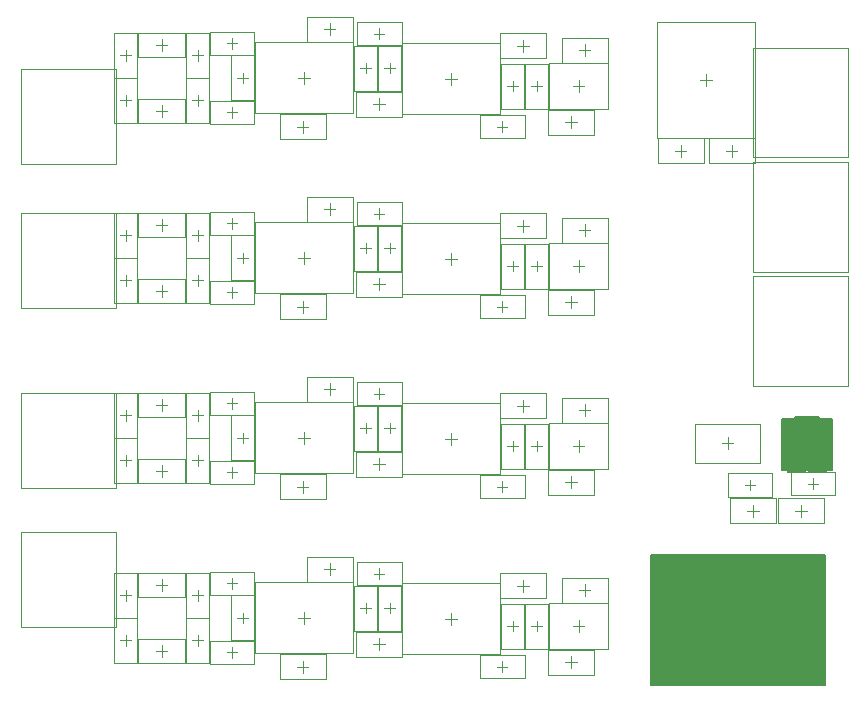
<source format=gbr>
%TF.GenerationSoftware,Altium Limited,Altium Designer,22.5.1 (42)*%
G04 Layer_Color=32768*
%FSLAX45Y45*%
%MOMM*%
%TF.SameCoordinates,176CDB2E-7B72-45DB-8ACB-ACD3A9543041*%
%TF.FilePolarity,Positive*%
%TF.FileFunction,Other,Mechanical_15*%
%TF.Part,Single*%
G01*
G75*
%TA.AperFunction,NonConductor*%
%ADD38C,0.15240*%
%ADD39C,0.12700*%
%ADD48C,0.10000*%
%ADD52C,0.05000*%
G36*
X5333300Y1314999D02*
Y217001D01*
X6803300D01*
Y1314999D01*
X5333300D01*
D02*
G37*
G36*
X6494145Y2034540D02*
X6443980D01*
Y2461260D01*
X6554470D01*
Y2479040D01*
X6755130D01*
Y2461260D01*
X6865620D01*
Y2034540D01*
X6815455D01*
Y2016760D01*
X6668135D01*
Y2034540D01*
X6641465D01*
Y2016760D01*
X6494145D01*
Y2034540D01*
D02*
G37*
D38*
X6443980D02*
X6494145D01*
Y2016760D02*
Y2034540D01*
Y2016760D02*
X6641465D01*
Y2034540D01*
X6668135D01*
Y2016760D02*
Y2034540D01*
Y2016760D02*
X6815455D01*
Y2034540D01*
X6865620D01*
Y2461260D01*
X6755130D02*
X6865620D01*
X6755130D02*
Y2479040D01*
X6554470D02*
X6755130D01*
X6554470Y2461260D02*
Y2479040D01*
X6443980Y2461260D02*
X6554470D01*
X6443980Y2034540D02*
Y2461260D01*
D39*
X5333300Y217001D02*
X6803300D01*
Y1314999D01*
X5333300D02*
X6803300D01*
X5333300Y217001D02*
Y1314999D01*
D48*
X2395749Y731008D02*
Y831008D01*
X2345748Y781008D02*
X2445748D01*
X5750100Y5334000D02*
X5850100D01*
X5800100Y5284000D02*
Y5384000D01*
X5584200Y4687100D02*
Y4787100D01*
X5534200Y4737100D02*
X5634200D01*
X6016000Y4687100D02*
Y4787100D01*
X5966000Y4737100D02*
X6066000D01*
X5981700Y2210600D02*
Y2310600D01*
X5931700Y2260600D02*
X6031700D01*
X6604000Y1639100D02*
Y1739100D01*
X6554000Y1689100D02*
X6654000D01*
X6197600Y1639100D02*
Y1739100D01*
X6147600Y1689100D02*
X6247600D01*
X4670600Y3759200D02*
X4770600D01*
X4720600Y3709200D02*
Y3809200D01*
X3591100Y3822700D02*
X3691100D01*
X3641100Y3772700D02*
Y3872700D01*
X2395749Y3779008D02*
Y3879008D01*
X2345748Y3829008D02*
X2445748D01*
X2872200Y3911600D02*
X2962200D01*
X2917200Y3866600D02*
Y3956600D01*
X4072900Y3371300D02*
Y3461300D01*
X4027900Y3416300D02*
X4117900D01*
X4116800Y3759200D02*
X4206800D01*
X4161800Y3714200D02*
Y3804200D01*
X3075400Y3911600D02*
X3165400D01*
X3120400Y3866600D02*
Y3956600D01*
X3031500Y4158700D02*
Y4248700D01*
X2986500Y4203700D02*
X3076500D01*
X4320000Y3759200D02*
X4410000D01*
X4365000Y3714200D02*
Y3804200D01*
X1786149Y3491908D02*
Y3581909D01*
X1741148Y3536908D02*
X1831148D01*
X1830049Y3829008D02*
X1920049D01*
X1875049Y3784008D02*
Y3874009D01*
X1449049Y3638508D02*
X1539049D01*
X1494049Y3593508D02*
Y3683509D01*
X839449Y3638508D02*
X929449D01*
X884449Y3593508D02*
Y3683509D01*
X1786149Y4076108D02*
Y4166109D01*
X1741148Y4121108D02*
X1831148D01*
X1449048Y4019508D02*
X1539048D01*
X1494049Y3974508D02*
Y4064508D01*
X839448Y4019508D02*
X929448D01*
X884449Y3974508D02*
Y4064508D01*
X4250700Y4052100D02*
Y4152100D01*
X4200700Y4102100D02*
X4300700D01*
X3031500Y3556800D02*
Y3656800D01*
X2981500Y3606800D02*
X3081500D01*
X4771400Y4014000D02*
Y4114000D01*
X4721400Y4064000D02*
X4821400D01*
X4657100Y3404400D02*
Y3504400D01*
X4607100Y3454400D02*
X4707100D01*
X2612400Y4191800D02*
Y4291800D01*
X2562400Y4241800D02*
X2662400D01*
X2383800Y3366300D02*
Y3466300D01*
X2333800Y3416300D02*
X2433800D01*
X1189249Y3499608D02*
Y3599608D01*
X1139248Y3549608D02*
X1239248D01*
X1189249Y4058408D02*
Y4158408D01*
X1139248Y4108408D02*
X1239248D01*
X4027900Y368300D02*
X4117900D01*
X4072900Y323300D02*
Y413300D01*
X6660600Y1917700D02*
X6750600D01*
X6705600Y1872700D02*
Y1962700D01*
X6127200Y1905000D02*
X6217200D01*
X6172200Y1860000D02*
Y1950000D01*
X4027900Y4940300D02*
X4117900D01*
X4072900Y4895300D02*
Y4985300D01*
X4670600Y711200D02*
X4770600D01*
X4720600Y661200D02*
Y761200D01*
X3591100Y774700D02*
X3691100D01*
X3641100Y724700D02*
Y824700D01*
X2872200Y863600D02*
X2962200D01*
X2917200Y818600D02*
Y908600D01*
X4116800Y711200D02*
X4206800D01*
X4161800Y666200D02*
Y756200D01*
X3075400Y863600D02*
X3165400D01*
X3120400Y818600D02*
Y908600D01*
X3031500Y1110700D02*
Y1200700D01*
X2986500Y1155700D02*
X3076500D01*
X4320000Y711200D02*
X4410000D01*
X4365000Y666200D02*
Y756200D01*
X1786149Y443908D02*
Y533909D01*
X1741148Y488908D02*
X1831148D01*
X1830049Y781008D02*
X1920049D01*
X1875049Y736008D02*
Y826009D01*
X1449049Y590508D02*
X1539049D01*
X1494049Y545508D02*
Y635509D01*
X839449Y590508D02*
X929449D01*
X884449Y545508D02*
Y635509D01*
X1786149Y1028108D02*
Y1118109D01*
X1741148Y1073108D02*
X1831148D01*
X1449048Y971508D02*
X1539048D01*
X1494049Y926508D02*
Y1016508D01*
X839448Y971508D02*
X929448D01*
X884449Y926508D02*
Y1016508D01*
X4250700Y1004100D02*
Y1104100D01*
X4200700Y1054100D02*
X4300700D01*
X3031500Y508800D02*
Y608800D01*
X2981500Y558800D02*
X3081500D01*
X4771400Y966000D02*
Y1066000D01*
X4721400Y1016000D02*
X4821400D01*
X4657100Y356400D02*
Y456400D01*
X4607100Y406400D02*
X4707100D01*
X2612400Y1143800D02*
Y1243800D01*
X2562400Y1193800D02*
X2662400D01*
X2383800Y318300D02*
Y418300D01*
X2333800Y368300D02*
X2433800D01*
X1189249Y451608D02*
Y551608D01*
X1139248Y501608D02*
X1239248D01*
X1189249Y1010408D02*
Y1110408D01*
X1139248Y1060408D02*
X1239248D01*
X4670600Y5283200D02*
X4770600D01*
X4720600Y5233200D02*
Y5333200D01*
X3591100Y5346700D02*
X3691100D01*
X3641100Y5296700D02*
Y5396700D01*
X2345748Y5353008D02*
X2445748D01*
X2395749Y5303008D02*
Y5403008D01*
X2872200Y5435600D02*
X2962200D01*
X2917200Y5390600D02*
Y5480600D01*
X4116800Y5283200D02*
X4206800D01*
X4161800Y5238200D02*
Y5328200D01*
X3075400Y5435600D02*
X3165400D01*
X3120400Y5390600D02*
Y5480600D01*
X3031500Y5682700D02*
Y5772700D01*
X2986500Y5727700D02*
X3076500D01*
X4320000Y5283200D02*
X4410000D01*
X4365000Y5238200D02*
Y5328200D01*
X1786149Y5015908D02*
Y5105909D01*
X1741148Y5060908D02*
X1831148D01*
X1830049Y5353008D02*
X1920049D01*
X1875049Y5308008D02*
Y5398009D01*
X1449049Y5162508D02*
X1539049D01*
X1494049Y5117508D02*
Y5207509D01*
X839449Y5162508D02*
X929449D01*
X884449Y5117508D02*
Y5207509D01*
X1786149Y5600108D02*
Y5690109D01*
X1741148Y5645108D02*
X1831148D01*
X1449048Y5543508D02*
X1539048D01*
X1494049Y5498508D02*
Y5588508D01*
X839448Y5543508D02*
X929448D01*
X884449Y5498508D02*
Y5588508D01*
X4250700Y5576100D02*
Y5676100D01*
X4200700Y5626100D02*
X4300700D01*
X3031500Y5080800D02*
Y5180800D01*
X2981500Y5130800D02*
X3081500D01*
X4771400Y5538000D02*
Y5638000D01*
X4721400Y5588000D02*
X4821400D01*
X4657100Y4928400D02*
Y5028400D01*
X4607100Y4978400D02*
X4707100D01*
X2612400Y5715800D02*
Y5815800D01*
X2562400Y5765800D02*
X2662400D01*
X2383800Y4890300D02*
Y4990300D01*
X2333800Y4940300D02*
X2433800D01*
X1189249Y5023608D02*
Y5123608D01*
X1139248Y5073608D02*
X1239248D01*
X1189249Y5582408D02*
Y5682408D01*
X1139248Y5632408D02*
X1239248D01*
X1139248Y2584408D02*
X1239248D01*
X1189249Y2534408D02*
Y2634408D01*
X1139248Y2025608D02*
X1239248D01*
X1189249Y1975608D02*
Y2075608D01*
X2333800Y1892300D02*
X2433800D01*
X2383800Y1842300D02*
Y1942300D01*
X2562400Y2717800D02*
X2662400D01*
X2612400Y2667800D02*
Y2767800D01*
X4607100Y1930400D02*
X4707100D01*
X4657100Y1880400D02*
Y1980400D01*
X4721400Y2540000D02*
X4821400D01*
X4771400Y2490000D02*
Y2590000D01*
X2981500Y2082800D02*
X3081500D01*
X3031500Y2032800D02*
Y2132800D01*
X4200700Y2578100D02*
X4300700D01*
X4250700Y2528100D02*
Y2628100D01*
X884449Y2450508D02*
Y2540508D01*
X839448Y2495508D02*
X929448D01*
X1494049Y2450508D02*
Y2540508D01*
X1449048Y2495508D02*
X1539048D01*
X1741148Y2597108D02*
X1831148D01*
X1786149Y2552108D02*
Y2642109D01*
X884449Y2069508D02*
Y2159509D01*
X839449Y2114508D02*
X929449D01*
X1494049Y2069508D02*
Y2159509D01*
X1449049Y2114508D02*
X1539049D01*
X1875049Y2260008D02*
Y2350009D01*
X1830049Y2305008D02*
X1920049D01*
X1741148Y2012908D02*
X1831148D01*
X1786149Y1967908D02*
Y2057909D01*
X4365000Y2190200D02*
Y2280200D01*
X4320000Y2235200D02*
X4410000D01*
X2986500Y2679700D02*
X3076500D01*
X3031500Y2634700D02*
Y2724700D01*
X3120400Y2342600D02*
Y2432600D01*
X3075400Y2387600D02*
X3165400D01*
X4161800Y2190200D02*
Y2280200D01*
X4116800Y2235200D02*
X4206800D01*
X4027900Y1892300D02*
X4117900D01*
X4072900Y1847300D02*
Y1937300D01*
X2917200Y2342600D02*
Y2432600D01*
X2872200Y2387600D02*
X2962200D01*
X2395749Y2255008D02*
Y2355008D01*
X2345748Y2305008D02*
X2445748D01*
X3641100Y2248700D02*
Y2348700D01*
X3591100Y2298700D02*
X3691100D01*
X4720600Y2185200D02*
Y2285200D01*
X4670600Y2235200D02*
X4770600D01*
D52*
X1980748Y481008D02*
X2810749D01*
X1980748Y1081008D02*
X2810749D01*
Y481008D02*
Y1081008D01*
X1980748Y481008D02*
Y1081008D01*
X6215100Y4844000D02*
Y5824000D01*
X5385100Y4844000D02*
Y5824000D01*
Y4844000D02*
X6215100D01*
X5385100Y5824000D02*
X6215100D01*
X5389200Y4842100D02*
X5779200D01*
X5389200Y4632100D02*
X5779200D01*
X5389200D02*
Y4842100D01*
X5779200Y4632100D02*
Y4842100D01*
X5821000Y4632100D02*
X6211000D01*
X5821000Y4842100D02*
X6211000D01*
Y4632100D02*
Y4842100D01*
X5821000Y4632100D02*
Y4842100D01*
X5707700Y2425600D02*
X6255700D01*
X5707700Y2095600D02*
X6255700D01*
X5707700D02*
Y2425600D01*
X6255700Y2095600D02*
Y2425600D01*
X6409000Y1584100D02*
X6799000D01*
X6409000Y1794100D02*
X6799000D01*
Y1584100D02*
Y1794100D01*
X6409000Y1584100D02*
Y1794100D01*
X6002600Y1794100D02*
X6392600D01*
X6002600Y1584100D02*
X6392600D01*
X6002600D02*
Y1794100D01*
X6392600Y1584100D02*
Y1794100D01*
X4468100Y3564200D02*
Y3954200D01*
X4973100Y3564200D02*
Y3954200D01*
X4468100D02*
X4973100D01*
X4468100Y3564200D02*
X4973100D01*
X3226100Y3522700D02*
Y4122700D01*
X4056100Y3522700D02*
Y4122700D01*
X3226100D02*
X4056100D01*
X3226100Y3522700D02*
X4056100D01*
X1980748Y3529008D02*
X2810749D01*
X1980748Y4129008D02*
X2810749D01*
Y3529008D02*
Y4129008D01*
X1980748Y3529008D02*
Y4129008D01*
X2817200Y3721600D02*
Y4101600D01*
X3017200Y3721600D02*
Y4101600D01*
X2817200Y3721600D02*
X3017200D01*
X2817200Y4101600D02*
X3017200D01*
X3882900Y3316300D02*
X4262900D01*
X3882900Y3516300D02*
X4262900D01*
Y3316300D02*
Y3516300D01*
X3882900Y3316300D02*
Y3516300D01*
X4261800Y3569200D02*
Y3949200D01*
X4061800Y3569200D02*
Y3949200D01*
X4261800D01*
X4061800Y3569200D02*
X4261800D01*
X3220400Y3721600D02*
Y4101600D01*
X3020400Y3721600D02*
Y4101600D01*
X3220400D01*
X3020400Y3721600D02*
X3220400D01*
X2841500Y4303700D02*
X3221500D01*
X2841500Y4103700D02*
X3221500D01*
X2841500D02*
Y4303700D01*
X3221500Y4103700D02*
Y4303700D01*
X4465000Y3569200D02*
Y3949200D01*
X4265000Y3569200D02*
Y3949200D01*
X4465000D01*
X4265000Y3569200D02*
X4465000D01*
X1596148Y3636908D02*
X1976148D01*
X1596148Y3436909D02*
X1976148D01*
X1596148D02*
Y3636908D01*
X1976148Y3436909D02*
Y3636908D01*
X1975049Y3639008D02*
Y4019008D01*
X1775049Y3639008D02*
Y4019008D01*
X1975049D01*
X1775049Y3639008D02*
X1975049D01*
X1594049Y3448508D02*
Y3828508D01*
X1394049Y3448508D02*
Y3828508D01*
X1594049D01*
X1394049Y3448508D02*
X1594049D01*
X984449D02*
Y3828508D01*
X784449Y3448508D02*
Y3828508D01*
X984449D01*
X784449Y3448508D02*
X984449D01*
X1596148Y4221108D02*
X1976148D01*
X1596148Y4021109D02*
X1976148D01*
X1596148D02*
Y4221108D01*
X1976148Y4021109D02*
Y4221108D01*
X1394049Y3829508D02*
Y4209508D01*
X1594048Y3829508D02*
Y4209508D01*
X1394049Y3829508D02*
X1594048D01*
X1394049Y4209508D02*
X1594048D01*
X784449Y3829508D02*
Y4209508D01*
X984448Y3829508D02*
Y4209508D01*
X784449Y3829508D02*
X984448D01*
X784449Y4209508D02*
X984448D01*
X4055700Y4207100D02*
X4445700D01*
X4055700Y3997100D02*
X4445700D01*
X4055700D02*
Y4207100D01*
X4445700Y3997100D02*
Y4207100D01*
X2836500Y3501800D02*
X3226500D01*
X2836500Y3711800D02*
X3226500D01*
Y3501800D02*
Y3711800D01*
X2836500Y3501800D02*
Y3711800D01*
X4576400Y3959000D02*
X4966400D01*
X4576400Y4169000D02*
X4966400D01*
Y3959000D02*
Y4169000D01*
X4576400Y3959000D02*
Y4169000D01*
X4462100Y3349400D02*
X4852100D01*
X4462100Y3559400D02*
X4852100D01*
Y3349400D02*
Y3559400D01*
X4462100Y3349400D02*
Y3559400D01*
X2417400Y4136800D02*
X2807400D01*
X2417400Y4346800D02*
X2807400D01*
Y4136800D02*
Y4346800D01*
X2417400Y4136800D02*
Y4346800D01*
X2188800Y3311300D02*
X2578800D01*
X2188800Y3521300D02*
X2578800D01*
Y3311300D02*
Y3521300D01*
X2188800Y3311300D02*
Y3521300D01*
X994248Y3444608D02*
X1384248D01*
X994248Y3654608D02*
X1384248D01*
Y3444608D02*
Y3654608D01*
X994248Y3444608D02*
Y3654608D01*
Y4003408D02*
X1384248D01*
X994248Y4213408D02*
X1384248D01*
Y4003408D02*
Y4213408D01*
X994248Y4003408D02*
Y4213408D01*
X3882900Y268300D02*
Y468300D01*
X4262900Y268300D02*
Y468300D01*
X3882900D02*
X4262900D01*
X3882900Y268300D02*
X4262900D01*
X6515600Y1817700D02*
Y2017700D01*
X6895600Y1817700D02*
Y2017700D01*
X6515600D02*
X6895600D01*
X6515600Y1817700D02*
X6895600D01*
X6362200Y1805000D02*
Y2005000D01*
X5982200Y1805000D02*
Y2005000D01*
Y1805000D02*
X6362200D01*
X5982200Y2005000D02*
X6362200D01*
X3882900Y4840300D02*
Y5040300D01*
X4262900Y4840300D02*
Y5040300D01*
X3882900D02*
X4262900D01*
X3882900Y4840300D02*
X4262900D01*
X4468100Y516200D02*
Y906200D01*
X4973100Y516200D02*
Y906200D01*
X4468100D02*
X4973100D01*
X4468100Y516200D02*
X4973100D01*
X3226100Y474700D02*
Y1074700D01*
X4056100Y474700D02*
Y1074700D01*
X3226100D02*
X4056100D01*
X3226100Y474700D02*
X4056100D01*
X2817200Y673600D02*
Y1053600D01*
X3017200Y673600D02*
Y1053600D01*
X2817200Y673600D02*
X3017200D01*
X2817200Y1053600D02*
X3017200D01*
X4261800Y521200D02*
Y901200D01*
X4061800Y521200D02*
Y901200D01*
X4261800D01*
X4061800Y521200D02*
X4261800D01*
X3220400Y673600D02*
Y1053600D01*
X3020400Y673600D02*
Y1053600D01*
X3220400D01*
X3020400Y673600D02*
X3220400D01*
X2841500Y1255700D02*
X3221500D01*
X2841500Y1055700D02*
X3221500D01*
X2841500D02*
Y1255700D01*
X3221500Y1055700D02*
Y1255700D01*
X4465000Y521200D02*
Y901200D01*
X4265000Y521200D02*
Y901200D01*
X4465000D01*
X4265000Y521200D02*
X4465000D01*
X1596148Y588908D02*
X1976148D01*
X1596148Y388909D02*
X1976148D01*
X1596148D02*
Y588908D01*
X1976148Y388909D02*
Y588908D01*
X1975049Y591008D02*
Y971008D01*
X1775049Y591008D02*
Y971008D01*
X1975049D01*
X1775049Y591008D02*
X1975049D01*
X1594049Y400508D02*
Y780508D01*
X1394049Y400508D02*
Y780508D01*
X1594049D01*
X1394049Y400508D02*
X1594049D01*
X984449D02*
Y780508D01*
X784449Y400508D02*
Y780508D01*
X984449D01*
X784449Y400508D02*
X984449D01*
X1596148Y1173108D02*
X1976148D01*
X1596148Y973109D02*
X1976148D01*
X1596148D02*
Y1173108D01*
X1976148Y973109D02*
Y1173108D01*
X1394049Y781508D02*
Y1161508D01*
X1594048Y781508D02*
Y1161508D01*
X1394049Y781508D02*
X1594048D01*
X1394049Y1161508D02*
X1594048D01*
X784449Y781508D02*
Y1161508D01*
X984448Y781508D02*
Y1161508D01*
X784449Y781508D02*
X984448D01*
X784449Y1161508D02*
X984448D01*
X4055700Y1159100D02*
X4445700D01*
X4055700Y949100D02*
X4445700D01*
X4055700D02*
Y1159100D01*
X4445700Y949100D02*
Y1159100D01*
X2836500Y453800D02*
X3226500D01*
X2836500Y663800D02*
X3226500D01*
Y453800D02*
Y663800D01*
X2836500Y453800D02*
Y663800D01*
X4576400Y911000D02*
X4966400D01*
X4576400Y1121000D02*
X4966400D01*
Y911000D02*
Y1121000D01*
X4576400Y911000D02*
Y1121000D01*
X4462100Y301400D02*
X4852100D01*
X4462100Y511400D02*
X4852100D01*
Y301400D02*
Y511400D01*
X4462100Y301400D02*
Y511400D01*
X2417400Y1088800D02*
X2807400D01*
X2417400Y1298800D02*
X2807400D01*
Y1088800D02*
Y1298800D01*
X2417400Y1088800D02*
Y1298800D01*
X2188800Y263300D02*
X2578800D01*
X2188800Y473300D02*
X2578800D01*
Y263300D02*
Y473300D01*
X2188800Y263300D02*
Y473300D01*
X994248Y396608D02*
X1384248D01*
X994248Y606608D02*
X1384248D01*
Y396608D02*
Y606608D01*
X994248Y396608D02*
Y606608D01*
Y955408D02*
X1384248D01*
X994248Y1165408D02*
X1384248D01*
Y955408D02*
Y1165408D01*
X994248Y955408D02*
Y1165408D01*
X-500Y4627200D02*
X803500D01*
Y5431200D01*
X-500D02*
X803500D01*
X-500Y4627200D02*
Y5431200D01*
Y3408509D02*
Y4212508D01*
X803500D01*
Y3408509D02*
Y4212508D01*
X-500Y3408509D02*
X803500D01*
X-500Y1884509D02*
X803500D01*
Y2688508D01*
X-500D02*
X803500D01*
X-500Y1884509D02*
Y2688508D01*
Y704900D02*
Y1508900D01*
X803500D01*
Y704900D02*
Y1508900D01*
X-500Y704900D02*
X803500D01*
X6194200Y5609000D02*
X6998200D01*
X6194200Y4680000D02*
Y5609000D01*
Y4680000D02*
X6998200D01*
Y5609000D01*
Y3710800D02*
Y4639800D01*
X6194200Y3710800D02*
X6998200D01*
X6194200D02*
Y4639800D01*
X6998200D01*
X6194200Y3676600D02*
X6998200D01*
X6194200Y2747600D02*
Y3676600D01*
Y2747600D02*
X6998200D01*
Y3676600D01*
X4468100Y5088200D02*
Y5478200D01*
X4973100Y5088200D02*
Y5478200D01*
X4468100D02*
X4973100D01*
X4468100Y5088200D02*
X4973100D01*
X3226100Y5046700D02*
Y5646700D01*
X4056100Y5046700D02*
Y5646700D01*
X3226100D02*
X4056100D01*
X3226100Y5046700D02*
X4056100D01*
X1980748Y5053008D02*
Y5653008D01*
X2810749Y5053008D02*
Y5653008D01*
X1980748D02*
X2810749D01*
X1980748Y5053008D02*
X2810749D01*
X2817200Y5245600D02*
Y5625600D01*
X3017200Y5245600D02*
Y5625600D01*
X2817200Y5245600D02*
X3017200D01*
X2817200Y5625600D02*
X3017200D01*
X4261800Y5093200D02*
Y5473200D01*
X4061800Y5093200D02*
Y5473200D01*
X4261800D01*
X4061800Y5093200D02*
X4261800D01*
X3220400Y5245600D02*
Y5625600D01*
X3020400Y5245600D02*
Y5625600D01*
X3220400D01*
X3020400Y5245600D02*
X3220400D01*
X2841500Y5827700D02*
X3221500D01*
X2841500Y5627700D02*
X3221500D01*
X2841500D02*
Y5827700D01*
X3221500Y5627700D02*
Y5827700D01*
X4465000Y5093200D02*
Y5473200D01*
X4265000Y5093200D02*
Y5473200D01*
X4465000D01*
X4265000Y5093200D02*
X4465000D01*
X1596148Y5160908D02*
X1976148D01*
X1596148Y4960909D02*
X1976148D01*
X1596148D02*
Y5160908D01*
X1976148Y4960909D02*
Y5160908D01*
X1975049Y5163008D02*
Y5543008D01*
X1775049Y5163008D02*
Y5543008D01*
X1975049D01*
X1775049Y5163008D02*
X1975049D01*
X1594049Y4972508D02*
Y5352508D01*
X1394049Y4972508D02*
Y5352508D01*
X1594049D01*
X1394049Y4972508D02*
X1594049D01*
X984449D02*
Y5352508D01*
X784449Y4972508D02*
Y5352508D01*
X984449D01*
X784449Y4972508D02*
X984449D01*
X1596148Y5745108D02*
X1976148D01*
X1596148Y5545109D02*
X1976148D01*
X1596148D02*
Y5745108D01*
X1976148Y5545109D02*
Y5745108D01*
X1394049Y5353508D02*
Y5733508D01*
X1594048Y5353508D02*
Y5733508D01*
X1394049Y5353508D02*
X1594048D01*
X1394049Y5733508D02*
X1594048D01*
X784449Y5353508D02*
Y5733508D01*
X984448Y5353508D02*
Y5733508D01*
X784449Y5353508D02*
X984448D01*
X784449Y5733508D02*
X984448D01*
X4055700Y5731100D02*
X4445700D01*
X4055700Y5521100D02*
X4445700D01*
X4055700D02*
Y5731100D01*
X4445700Y5521100D02*
Y5731100D01*
X2836500Y5025800D02*
X3226500D01*
X2836500Y5235800D02*
X3226500D01*
Y5025800D02*
Y5235800D01*
X2836500Y5025800D02*
Y5235800D01*
X4576400Y5483000D02*
X4966400D01*
X4576400Y5693000D02*
X4966400D01*
Y5483000D02*
Y5693000D01*
X4576400Y5483000D02*
Y5693000D01*
X4462100Y4873400D02*
X4852100D01*
X4462100Y5083400D02*
X4852100D01*
Y4873400D02*
Y5083400D01*
X4462100Y4873400D02*
Y5083400D01*
X2417400Y5660800D02*
X2807400D01*
X2417400Y5870800D02*
X2807400D01*
Y5660800D02*
Y5870800D01*
X2417400Y5660800D02*
Y5870800D01*
X2188800Y4835300D02*
X2578800D01*
X2188800Y5045300D02*
X2578800D01*
Y4835300D02*
Y5045300D01*
X2188800Y4835300D02*
Y5045300D01*
X994248Y4968608D02*
X1384248D01*
X994248Y5178608D02*
X1384248D01*
Y4968608D02*
Y5178608D01*
X994248Y4968608D02*
Y5178608D01*
Y5527408D02*
X1384248D01*
X994248Y5737408D02*
X1384248D01*
Y5527408D02*
Y5737408D01*
X994248Y5527408D02*
Y5737408D01*
Y2479408D02*
Y2689408D01*
X1384248Y2479408D02*
Y2689408D01*
X994248D02*
X1384248D01*
X994248Y2479408D02*
X1384248D01*
X994248Y1920608D02*
Y2130608D01*
X1384248Y1920608D02*
Y2130608D01*
X994248D02*
X1384248D01*
X994248Y1920608D02*
X1384248D01*
X2188800Y1787300D02*
Y1997300D01*
X2578800Y1787300D02*
Y1997300D01*
X2188800D02*
X2578800D01*
X2188800Y1787300D02*
X2578800D01*
X2417400Y2612800D02*
Y2822800D01*
X2807400Y2612800D02*
Y2822800D01*
X2417400D02*
X2807400D01*
X2417400Y2612800D02*
X2807400D01*
X4462100Y1825400D02*
Y2035400D01*
X4852100Y1825400D02*
Y2035400D01*
X4462100D02*
X4852100D01*
X4462100Y1825400D02*
X4852100D01*
X4576400Y2435000D02*
Y2645000D01*
X4966400Y2435000D02*
Y2645000D01*
X4576400D02*
X4966400D01*
X4576400Y2435000D02*
X4966400D01*
X2836500Y1977800D02*
Y2187800D01*
X3226500Y1977800D02*
Y2187800D01*
X2836500D02*
X3226500D01*
X2836500Y1977800D02*
X3226500D01*
X4445700Y2473100D02*
Y2683100D01*
X4055700Y2473100D02*
Y2683100D01*
Y2473100D02*
X4445700D01*
X4055700Y2683100D02*
X4445700D01*
X784449Y2685508D02*
X984448D01*
X784449Y2305508D02*
X984448D01*
Y2685508D01*
X784449Y2305508D02*
Y2685508D01*
X1394049D02*
X1594048D01*
X1394049Y2305508D02*
X1594048D01*
Y2685508D01*
X1394049Y2305508D02*
Y2685508D01*
X1976148Y2497109D02*
Y2697108D01*
X1596148Y2497109D02*
Y2697108D01*
Y2497109D02*
X1976148D01*
X1596148Y2697108D02*
X1976148D01*
X784449Y1924508D02*
X984449D01*
X784449Y2304508D02*
X984449D01*
X784449Y1924508D02*
Y2304508D01*
X984449Y1924508D02*
Y2304508D01*
X1394049Y1924508D02*
X1594049D01*
X1394049Y2304508D02*
X1594049D01*
X1394049Y1924508D02*
Y2304508D01*
X1594049Y1924508D02*
Y2304508D01*
X1775049Y2115008D02*
X1975049D01*
X1775049Y2495008D02*
X1975049D01*
X1775049Y2115008D02*
Y2495008D01*
X1975049Y2115008D02*
Y2495008D01*
X1976148Y1912909D02*
Y2112908D01*
X1596148Y1912909D02*
Y2112908D01*
Y1912909D02*
X1976148D01*
X1596148Y2112908D02*
X1976148D01*
X4265000Y2045200D02*
X4465000D01*
X4265000Y2425200D02*
X4465000D01*
X4265000Y2045200D02*
Y2425200D01*
X4465000Y2045200D02*
Y2425200D01*
X3221500Y2579700D02*
Y2779700D01*
X2841500Y2579700D02*
Y2779700D01*
Y2579700D02*
X3221500D01*
X2841500Y2779700D02*
X3221500D01*
X3020400Y2197600D02*
X3220400D01*
X3020400Y2577600D02*
X3220400D01*
X3020400Y2197600D02*
Y2577600D01*
X3220400Y2197600D02*
Y2577600D01*
X4061800Y2045200D02*
X4261800D01*
X4061800Y2425200D02*
X4261800D01*
X4061800Y2045200D02*
Y2425200D01*
X4261800Y2045200D02*
Y2425200D01*
X3882900Y1792300D02*
Y1992300D01*
X4262900Y1792300D02*
Y1992300D01*
X3882900D02*
X4262900D01*
X3882900Y1792300D02*
X4262900D01*
X2817200Y2577600D02*
X3017200D01*
X2817200Y2197600D02*
X3017200D01*
Y2577600D01*
X2817200Y2197600D02*
Y2577600D01*
X1980748Y2005008D02*
X2810749D01*
X1980748Y2605008D02*
X2810749D01*
Y2005008D02*
Y2605008D01*
X1980748Y2005008D02*
Y2605008D01*
X3226100Y1998700D02*
X4056100D01*
X3226100Y2598700D02*
X4056100D01*
Y1998700D02*
Y2598700D01*
X3226100Y1998700D02*
Y2598700D01*
X4468100Y2040200D02*
X4973100D01*
X4468100Y2430200D02*
X4973100D01*
Y2040200D02*
Y2430200D01*
X4468100Y2040200D02*
Y2430200D01*
%TF.MD5,770c78d0b1db948f4da122852ab43998*%
M02*

</source>
